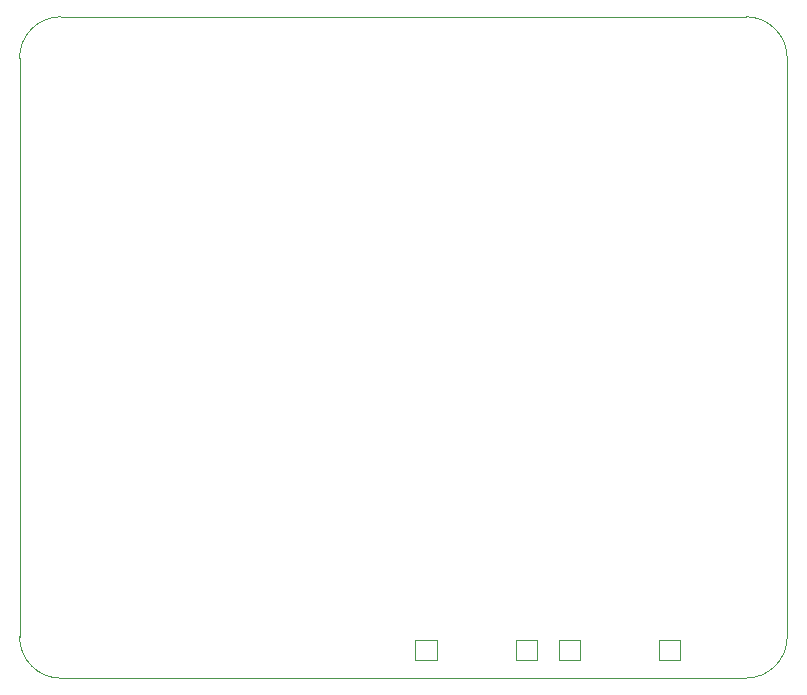
<source format=gm1>
G04 #@! TF.GenerationSoftware,KiCad,Pcbnew,9.0.6*
G04 #@! TF.CreationDate,2026-02-12T12:28:41-08:00*
G04 #@! TF.ProjectId,mutebox_hat_audio_in,6d757465-626f-4785-9f68-61745f617564,rev?*
G04 #@! TF.SameCoordinates,Original*
G04 #@! TF.FileFunction,Profile,NP*
%FSLAX46Y46*%
G04 Gerber Fmt 4.6, Leading zero omitted, Abs format (unit mm)*
G04 Created by KiCad (PCBNEW 9.0.6) date 2026-02-12 12:28:41*
%MOMM*%
%LPD*%
G01*
G04 APERTURE LIST*
G04 #@! TA.AperFunction,Profile*
%ADD10C,0.050000*%
G04 #@! TD*
G04 #@! TA.AperFunction,Profile*
%ADD11C,0.010000*%
G04 #@! TD*
G04 APERTURE END LIST*
D10*
X165000000Y-96500000D02*
X165000000Y-47500000D01*
X161500000Y-44000000D02*
X103500000Y-44000000D01*
X165000000Y-96500000D02*
G75*
G02*
X161500000Y-100000000I-3500000J0D01*
G01*
X100000000Y-47500000D02*
G75*
G02*
X103500000Y-44000000I3500000J0D01*
G01*
X161500000Y-44000000D02*
G75*
G02*
X163974874Y-45025126I0J-3500000D01*
G01*
X163974874Y-45025126D02*
G75*
G02*
X165000000Y-47500000I-2474874J-2474874D01*
G01*
X103500000Y-100000000D02*
G75*
G02*
X100000000Y-96500000I0J3500000D01*
G01*
X161500000Y-100000000D02*
X103500000Y-100000000D01*
X100000000Y-47500000D02*
X100000000Y-96500000D01*
D11*
X145650000Y-96750000D02*
X145650000Y-98450000D01*
X145650000Y-98450000D02*
X147450000Y-98450000D01*
X147450000Y-96750000D02*
X145650000Y-96750000D01*
X147450000Y-98450000D02*
X147450000Y-96750000D01*
X154150000Y-96750000D02*
X154150000Y-98450000D01*
X154150000Y-98450000D02*
X155950000Y-98450000D01*
X155950000Y-96750000D02*
X154150000Y-96750000D01*
X155950000Y-98450000D02*
X155950000Y-96750000D01*
X133512000Y-96750000D02*
X133512000Y-98450000D01*
X133512000Y-98450000D02*
X135312000Y-98450000D01*
X135312000Y-96750000D02*
X133512000Y-96750000D01*
X135312000Y-98450000D02*
X135312000Y-96750000D01*
X142012000Y-96750000D02*
X142012000Y-98450000D01*
X142012000Y-98450000D02*
X143812000Y-98450000D01*
X143812000Y-96750000D02*
X142012000Y-96750000D01*
X143812000Y-98450000D02*
X143812000Y-96750000D01*
M02*

</source>
